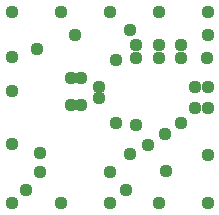
<source format=gbs>
*%FSLAX24Y24*%
*%MOIN*%
G01*
%ADD11C,0.0010*%
%ADD12C,0.0030*%
%ADD13C,0.0043*%
%ADD14C,0.0050*%
%ADD15C,0.0060*%
%ADD16C,0.0070*%
%ADD17C,0.0073*%
%ADD18C,0.0080*%
%ADD19C,0.0100*%
%ADD20C,0.0110*%
%ADD21C,0.0150*%
%ADD22C,0.0200*%
%ADD23C,0.0250*%
%ADD24C,0.0300*%
%ADD25C,0.0360*%
%ADD26C,0.0440*%
%ADD27C,0.0600*%
%ADD28R,0.0300X0.0300*%
%ADD29R,0.0380X0.0380*%
%ADD30R,0.0551X0.0453*%
%ADD31R,0.0631X0.0533*%
%ADD32O,0.0118X0.0354*%
%ADD33O,0.0198X0.0434*%
%ADD34O,0.0354X0.0118*%
%ADD35O,0.0434X0.0198*%
D26*
X21680Y18640D02*
D03*
X19100Y18810D02*
D03*
X17240Y18650D02*
D03*
X21680Y13030D02*
D03*
X20040Y17870D02*
D03*
X19290D02*
D03*
Y15640D02*
D03*
X17110Y16300D02*
D03*
Y17210D02*
D03*
X15150Y16788D02*
D03*
X18430Y14060D02*
D03*
X16100Y14691D02*
D03*
X15981Y18168D02*
D03*
X18960Y13460D02*
D03*
X15630D02*
D03*
X17470Y16300D02*
D03*
Y17210D02*
D03*
X16100Y14060D02*
D03*
X20790Y15690D02*
D03*
X15150Y13030D02*
D03*
X20800Y17870D02*
D03*
X19100Y14680D02*
D03*
X18620Y17810D02*
D03*
Y15720D02*
D03*
X18060Y16550D02*
D03*
Y16910D02*
D03*
X19700Y14980D02*
D03*
X15150Y14990D02*
D03*
X18415Y19410D02*
D03*
X16782D02*
D03*
X20048D02*
D03*
X15150D02*
D03*
X21680D02*
D03*
X18415Y13030D02*
D03*
X16782D02*
D03*
X20048D02*
D03*
X21680Y14625D02*
D03*
X15150Y17920D02*
D03*
X21240Y16890D02*
D03*
X21680Y16220D02*
D03*
X20280Y14100D02*
D03*
X19290Y18320D02*
D03*
X20040D02*
D03*
X20800D02*
D03*
X21680Y16890D02*
D03*
X21240Y16220D02*
D03*
X20260Y15340D02*
D03*
X21670Y17870D02*
D03*
M02*

</source>
